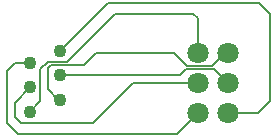
<source format=gbl>
G04 Layer_Physical_Order=2*
G04 Layer_Color=16711680*
%FSLAX44Y44*%
%MOMM*%
G71*
G01*
G75*
%ADD10C,0.1270*%
%ADD11C,1.8000*%
%ADD12C,1.1000*%
D10*
X1632150Y336570D02*
X1530830D01*
X1637735Y342155D02*
X1632150Y336570D01*
X1558470Y295910D02*
X1497510D01*
X1592760Y330200D02*
X1558470Y295910D01*
X1647370Y330200D02*
X1592760D01*
X1550850Y345440D02*
X1522910D01*
X1561010Y355600D02*
X1550850Y345440D01*
X1627050Y355600D02*
X1561010D01*
X1505430Y326370D02*
X1492430Y313370D01*
Y300990D02*
Y313370D01*
X1497510Y295910D02*
X1492430Y300990D01*
X1643560Y388620D02*
X1577520D01*
X1647370Y384810D02*
X1643560Y388620D01*
X1647370Y355600D02*
Y384810D01*
X1514020Y314560D02*
X1505430Y305970D01*
X1514020Y314560D02*
Y341630D01*
X1577520Y388620D02*
X1536880Y347980D01*
X1520370D01*
X1514020Y341630D01*
X1530830Y316170D02*
X1529320D01*
X1520370Y325120D01*
Y342900D01*
X1522910Y345440D02*
X1520370Y342900D01*
X1672770Y330200D02*
X1660815Y342155D01*
X1637735D01*
X1672770Y355600D02*
X1670230D01*
X1659325Y344695D01*
X1637955D01*
X1627050Y355600D01*
X1571370Y397510D02*
X1530830Y356970D01*
X1699440Y397510D02*
X1571370D01*
X1708330Y388620D02*
X1699440Y397510D01*
X1708330Y314960D02*
Y388620D01*
Y314960D02*
X1698170Y304800D01*
X1672770D01*
X1505430Y346770D02*
X1492490D01*
X1486080Y340360D01*
Y295910D02*
Y340360D01*
X1494970Y287020D02*
X1486080Y295910D01*
X1629590Y287020D02*
X1494970D01*
X1647370Y304800D02*
X1629590Y287020D01*
D11*
X1672770Y304800D02*
D03*
Y355600D02*
D03*
Y330200D02*
D03*
X1647370D02*
D03*
Y355600D02*
D03*
Y304800D02*
D03*
D12*
X1505430Y305970D02*
D03*
X1530830Y316170D02*
D03*
X1505430Y326370D02*
D03*
X1530830Y336570D02*
D03*
X1505430Y346770D02*
D03*
X1530830Y356970D02*
D03*
M02*

</source>
